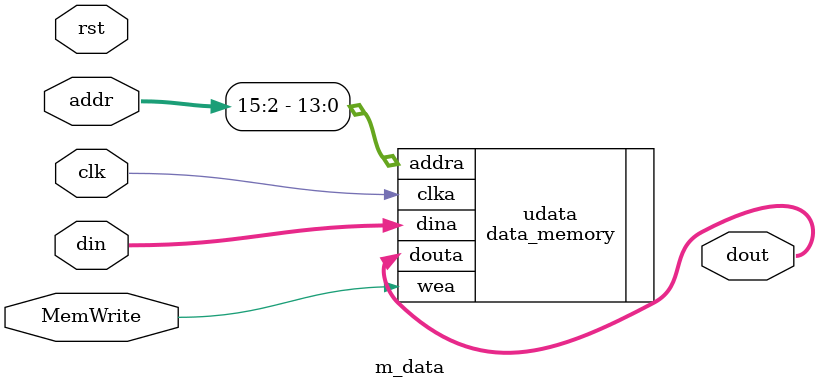
<source format=v>
module m_data(
    input clk,
    input rst,
    input MemWrite,
//    input [4:0] button,//´ýÌí¼Ó
    input [31:0] addr,
    input [31:0] din,
    output [31:0] dout
);
    data_memory udata(
        .clka(clk),
        .wea(MemWrite),
        .addra(addr[15:2]),
        .dina(din),
        .douta(dout)
    );
endmodule
</source>
